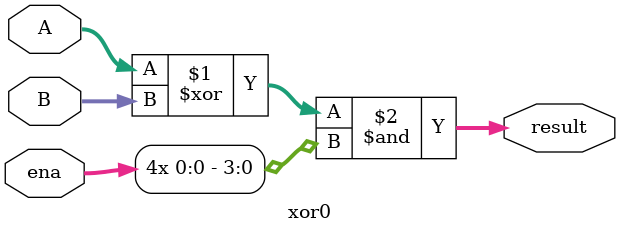
<source format=v>
module xor0(
    input [3:0] A,
    input [3:0] B,
    input 		ena,

    output [3:0] result
);

assign result = (A ^ B) & {4{ena}};

endmodule
</source>
